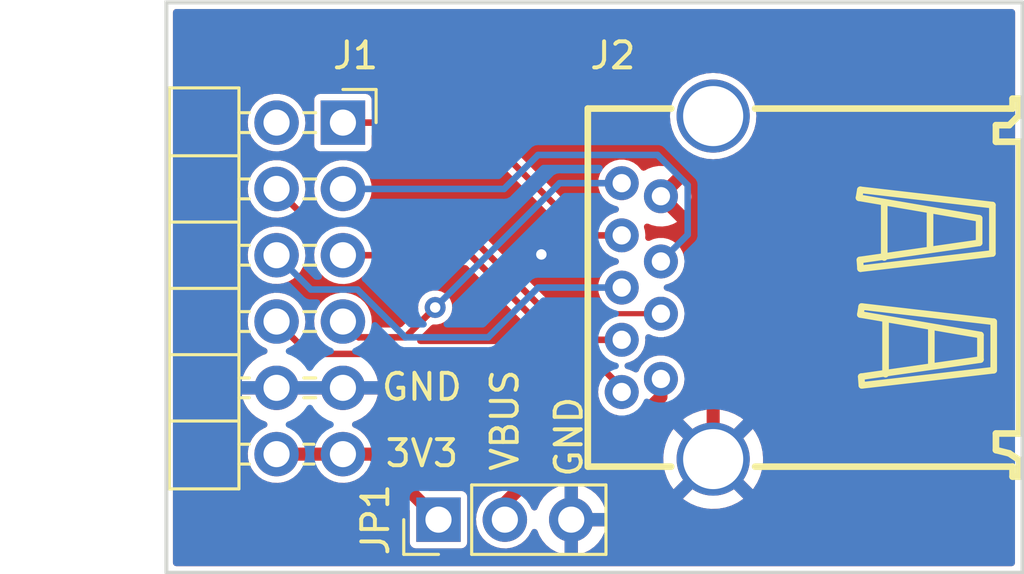
<source format=kicad_pcb>
(kicad_pcb (version 20211014) (generator pcbnew)
  (title_block (title "Pmod / USB3 adapters") (date "2023-02-25") (rev "${VERSION}") (comment 2 "2023 @somhi <@somhic at telegram>") (comment 3 "License: CC-BY-SA 4.0"))
  (layers (0 "F.Cu" signal) (31 "B.Cu" signal) (34 "B.Paste" user) (35 "F.Paste" user) (36 "B.SilkS" user "B.Silkscreen") (37 "F.SilkS" user "F.Silkscreen") (38 "B.Mask" user) (39 "F.Mask" user) (44 "Edge.Cuts" user))
  (property "VERSION" "0.7")
  (net 0 "")
  (net 1 "/D0")
  (net 2 "/D1")
  (net 3 "/D2")
  (net 4 "/D3")
  (net 5 "/3V3")
  (net 6 "GND")
  (net 7 "/D4")
  (net 8 "/D5")
  (net 9 "/D6")
  (net 10 "/D7")
  (net 11 "/VBUS")
  (footprint "FM4DD:PMODHeader_2x06_P2.54mm_Horizontal" (layer "F.Cu") (at 143.2124 81.49548 180)
    (fp_text reference "J1" (at -0.4826 15.27048 180) (layer "F.SilkS"))
    (fp_text value "PMOD_02x06" hide)
    (fp_line (start 3.582929 12.32) (end 3.98 12.32) (layer "F.SilkS") (width 0.12))
    (fp_line (start 3.98 3.81) (end 6.64 3.81) (layer "F.SilkS") (width 0.12))
    (fp_line (start -1.27 13.97) (end -1.27 12.7) (layer "F.SilkS") (width 0.12))
    (fp_line (start 3.582929 10.54) (end 3.98 10.54) (layer "F.SilkS") (width 0.12))
    (fp_line (start 3.582929 9.78) (end 3.98 9.78) (layer "F.SilkS") (width 0.12))
    (fp_line (start 1.11 -0.38) (end 1.497071 -0.38) (layer "F.SilkS") (width 0.12))
    (fp_line (start 3.582929 13.08) (end 3.98 13.08) (layer "F.SilkS") (width 0.12))
    (fp_line (start 1.042929 12.32) (end 1.497071 12.32) (layer "F.SilkS") (width 0.12))
    (fp_line (start 3.582929 -0.38) (end 3.98 -0.38) (layer "F.SilkS") (width 0.12))
    (fp_line (start 3.582929 2.16) (end 3.98 2.16) (layer "F.SilkS") (width 0.12))
    (fp_line (start 0 13.97) (end -1.27 13.97) (layer "F.SilkS") (width 0.12))
    (fp_line (start 3.582929 0.38) (end 3.98 0.38) (layer "F.SilkS") (width 0.12))
    (fp_line (start 1.042929 5.46) (end 1.497071 5.46) (layer "F.SilkS") (width 0.12))
    (fp_line (start 3.98 6.35) (end 6.64 6.35) (layer "F.SilkS") (width 0.12))
    (fp_line (start 3.582929 8) (end 3.98 8) (layer "F.SilkS") (width 0.12))
    (fp_line (start 3.582929 5.46) (end 3.98 5.46) (layer "F.SilkS") (width 0.12))
    (fp_line (start 6.64 14.03) (end 6.64 -1.33) (layer "F.SilkS") (width 0.12))
    (fp_line (start 3.98 1.27) (end 6.64 1.27) (layer "F.SilkS") (width 0.12))
    (fp_line (start 1.042929 4.7) (end 1.497071 4.7) (layer "F.SilkS") (width 0.12))
    (fp_line (start 1.11 0.38) (end 1.497071 0.38) (layer "F.SilkS") (width 0.12))
    (fp_line (start 1.042929 13.08) (end 1.497071 13.08) (layer "F.SilkS") (width 0.12))
    (fp_line (start 1.042929 8) (end 1.497071 8) (layer "F.SilkS") (width 0.12))
    (fp_line (start 1.042929 2.16) (end 1.497071 2.16) (layer "F.SilkS") (width 0.12))
    (fp_line (start 3.582929 4.7) (end 3.98 4.7) (layer "F.SilkS") (width 0.12))
    (fp_line (start 3.98 -1.33) (end 3.98 14.03) (layer "F.SilkS") (width 0.12))
    (fp_line (start 3.98 11.43) (end 6.64 11.43) (layer "F.SilkS") (width 0.12))
    (fp_line (start 3.98 14.03) (end 6.64 14.03) (layer "F.SilkS") (width 0.12))
    (fp_line (start 3.582929 7.24) (end 3.98 7.24) (layer "F.SilkS") (width 0.12))
    (fp_line (start 1.042929 10.54) (end 1.497071 10.54) (layer "F.SilkS") (width 0.12))
    (fp_line (start 3.98 8.89) (end 6.64 8.89) (layer "F.SilkS") (width 0.12))
    (fp_line (start 1.042929 2.92) (end 1.497071 2.92) (layer "F.SilkS") (width 0.12))
    (fp_line (start 3.582929 2.92) (end 3.98 2.92) (layer "F.SilkS") (width 0.12))
    (fp_line (start 6.64 -1.33) (end 3.98 -1.33) (layer "F.SilkS") (width 0.12))
    (fp_line (start 1.042929 9.78) (end 1.497071 9.78) (layer "F.SilkS") (width 0.12))
    (fp_line (start 1.042929 7.24) (end 1.497071 7.24) (layer "F.SilkS") (width 0.12))
    (pad "1" thru_hole rect (at 0 12.7 180) (size 1.7 1.7) (drill 1) (layers *.Cu *.Mask) (net 1 "/D0"))
    (pad "2" thru_hole oval (at 0 10.16 180) (size 1.7 1.7) (drill 1) (layers *.Cu *.Mask) (net 2 "/D1"))
    (pad "3" thru_hole oval (at 0 7.62 180) (size 1.7 1.7) (drill 1) (layers *.Cu *.Mask) (net 3 "/D2"))
    (pad "4" thru_hole oval (at 0 5.08 180) (size 1.7 1.7) (drill 1) (layers *.Cu *.Mask) (net 4 "/D3"))
    (pad "5" thru_hole oval (at 0 2.54 180) (size 1.7 1.7) (drill 1) (layers *.Cu *.Mask) (net 6 "GND"))
    (pad "6" thru_hole circle (at 0 0 180) (size 1.7 1.7) (drill 1) (layers *.Cu *.Mask) (net 5 "/3V3"))
    (pad "7" thru_hole circle (at 2.54 12.7 180) (size 1.7 1.7) (drill 1) (layers *.Cu *.Mask) (net 7 "/D4"))
    (pad "8" thru_hole oval (at 2.54 10.16 180) (size 1.7 1.7) (drill 1) (layers *.Cu *.Mask) (net 8 "/D5"))
    (pad "9" thru_hole oval (at 2.54 7.62 180) (size 1.7 1.7) (drill 1) (layers *.Cu *.Mask) (net 9 "/D6"))
    (pad "10" thru_hole oval (at 2.54 5.08 180) (size 1.7 1.7) (drill 1) (layers *.Cu *.Mask) (net 10 "/D7"))
    (pad "11" thru_hole oval (at 2.54 2.54 180) (size 1.7 1.7) (drill 1) (layers *.Cu *.Mask) (net 6 "GND"))
    (pad "12" thru_hole oval (at 2.54 0 180) (size 1.7 1.7) (drill 1) (layers *.Cu *.Mask) (net 5 "/3V3"))
  )
  (footprint "varis:USB-3.0-TH_C69073" (layer "F.Cu") (at 155.633 75.115 90)
    (fp_text reference "J2" (at 8.89 -3.048 180) (layer "F.SilkS") (effects (font (thickness 0.152)) (justify left)))
    (fp_text value "USB3_A" hide)
    (fp_line (start 3.161 12.437) (end 1.307 12.437) (layer "F.SilkS") (width 0.254))
    (fp_line (start -3.412 7.416) (end -3.745 7.441) (layer "F.SilkS") (width 0.254))
    (fp_line (start -6.35 13.081) (end -6.224 12.573) (layer "F.SilkS") (width 0.254))
    (fp_line (start 3.44 7.332) (end 3.745 7.383) (layer "F.SilkS") (width 0.254))
    (fp_line (start -2.757 11.98) (end -3.412 7.416) (layer "F.SilkS") (width 0.254))
    (fp_line (start -6.859 3.355) (end -6.859 13.208) (layer "F.SilkS") (width 0.254))
    (fp_line (start -0.725 7.433) (end -1.03 7.383) (layer "F.SilkS") (width 0.254))
    (fp_line (start -3.316 8.348) (end -1.233 8.348) (layer "F.SilkS") (width 0.254))
    (fp_line (start -5.589 12.573) (end -5.589 13.335) (layer "F.SilkS") (width 0.254))
    (fp_line (start -1.03 7.383) (end -1.817 11.98) (layer "F.SilkS") (width 0.254))
    (fp_line (start 6.476 13.335) (end 6.603 13.462) (layer "F.SilkS") (width 0.254))
    (fp_line (start 7.238 13.208) (end 6.857 13.208) (layer "F.SilkS") (width 0.254))
    (fp_line (start 3.745 7.383) (end 3.161 12.437) (layer "F.SilkS") (width 0.254))
    (fp_line (start 1.713 11.929) (end 2.653 11.929) (layer "F.SilkS") (width 0.254))
    (fp_line (start -1.309 12.488) (end -0.725 7.433) (layer "F.SilkS") (width 0.254))
    (fp_line (start 1.154 8.297) (end 3.237 8.297) (layer "F.SilkS") (width 0.254))
    (fp_line (start -6.224 12.573) (end -5.589 12.573) (layer "F.SilkS") (width 0.254))
    (fp_line (start 5.587 13.462) (end 5.587 12.573) (layer "F.SilkS") (width 0.254))
    (fp_line (start 1.485 10.05) (end 2.932 10.05) (layer "F.SilkS") (width 0.254))
    (fp_line (start 1.307 12.437) (end 0.725 7.39) (layer "F.SilkS") (width 0.254))
    (fp_line (start -5.589 13.335) (end -5.589 13.462) (layer "F.SilkS") (width 0.254))
    (fp_line (start 6.858 0.144) (end 6.858 -3.048) (layer "F.SilkS") (width 0.254))
    (fp_line (start -6.859 13.208) (end -7.24 13.208) (layer "F.SilkS") (width 0.254))
    (fp_line (start 5.587 12.573) (end 6.222 12.573) (layer "F.SilkS") (width 0.254))
    (fp_line (start -3.164 12.488) (end -1.309 12.488) (layer "F.SilkS") (width 0.254))
    (fp_line (start 1.058 7.365) (end 1.713 11.929) (layer "F.SilkS") (width 0.254))
    (fp_line (start 6.858 -3.048) (end -6.858 -3.048) (layer "F.SilkS") (width 0.254))
    (fp_line (start -5.589 13.462) (end 5.587 13.462) (layer "F.SilkS") (width 0.254))
    (fp_line (start 6.857 13.208) (end 6.857 13.081) (layer "F.SilkS") (width 0.254))
    (fp_line (start -6.858 -3.048) (end -6.858 0.144) (layer "F.SilkS") (width 0.254))
    (fp_line (start 6.603 13.462) (end 7.238 13.462) (layer "F.SilkS") (width 0.254))
    (fp_line (start 6.222 13.081) (end 6.476 13.335) (layer "F.SilkS") (width 0.254))
    (fp_line (start -3.745 7.441) (end -3.164 12.488) (layer "F.SilkS") (width 0.254))
    (fp_line (start 2.653 11.929) (end 3.44 7.332) (layer "F.SilkS") (width 0.254))
    (fp_line (start 7.238 13.462) (end 7.238 13.208) (layer "F.SilkS") (width 0.254))
    (fp_line (start -7.24 13.462) (end -6.605 13.462) (layer "F.SilkS") (width 0.254))
    (fp_line (start 0.725 7.39) (end 1.058 7.365) (layer "F.SilkS") (width 0.254))
    (fp_line (start -2.986 10.1) (end -1.538 10.1) (layer "F.SilkS") (width 0.254))
    (fp_line (start -7.24 13.208) (end -7.24 13.462) (layer "F.SilkS") (width 0.254))
    (fp_line (start 6.858 13.081) (end 6.858 3.355) (layer "F.SilkS") (width 0.254))
    (fp_line (start -1.817 11.98) (end -2.757 11.98) (layer "F.SilkS") (width 0.254))
    (fp_line (start -6.605 13.462) (end -6.35 13.081) (layer "F.SilkS") (width 0.254))
    (fp_line (start 6.222 12.573) (end 6.222 13.081) (layer "F.SilkS") (width 0.254))
    (pad "1" thru_hole circle (at -3.5 -0.25 90) (size 1.3 1.3) (drill 0.7) (layers *.Cu *.Paste *.Mask) (net 11 "/VBUS"))
    (pad "2" thru_hole circle (at -1 -0.25 90) (size 1.3 1.3) (drill 0.7) (layers *.Cu *.Paste *.Mask) (net 8 "/D5"))
    (pad "3" thru_hole circle (at 1 -0.25 90) (size 1.3 1.3) (drill 0.7) (layers *.Cu *.Paste *.Mask) (net 2 "/D1"))
    (pad "4" thru_hole circle (at 3.5 -0.25 90) (size 1.3 1.3) (drill 0.7) (layers *.Cu *.Paste *.Mask) (net 6 "GND"))
    (pad "5" thru_hole circle (at 4 -1.75 90) (size 1.3 1.3) (drill 0.7) (layers *.Cu *.Paste *.Mask) (net 4 "/D3"))
    (pad "6" thru_hole circle (at 2 -1.75 90) (size 1.3 1.3) (drill 0.7) (layers *.Cu *.Paste *.Mask) (net 1 "/D0"))
    (pad "7" thru_hole circle (at 0 -1.75 90) (size 1.3 1.3) (drill 0.7) (layers *.Cu *.Paste *.Mask) (net 9 "/D6"))
    (pad "8" thru_hole circle (at -2 -1.75 90) (size 1.3 1.3) (drill 0.7) (layers *.Cu *.Paste *.Mask) (net 3 "/D2"))
    (pad "9" thru_hole circle (at -4 -1.75 90) (size 1.3 1.3) (drill 0.7) (layers *.Cu *.Paste *.Mask) (net 10 "/D7"))
    (pad "10" thru_hole circle (at -6.57 1.75 90) (size 2.8 2.8) (drill 2.3) (layers *.Cu *.Paste *.Mask) (net 6 "GND"))
    (pad "11" thru_hole circle (at 6.57 1.75 90) (size 2.8 2.8) (drill 2.3) (layers *.Cu *.Paste *.Mask))
  )
  (footprint "Connector_PinHeader_2.54mm:PinHeader_1x03_P2.54mm_Vertical" (layer "F.Cu") (at 146.87 84.005 90)
    (fp_text reference "JP1" (at 0 -2.413 90) (layer "F.SilkS"))
    (fp_text value "Conn_01x03" hide)
    (fp_line (start -1.33 -1.33) (end 0 -1.33) (layer "F.SilkS") (width 0.12))
    (fp_line (start -1.33 1.27) (end 1.33 1.27) (layer "F.SilkS") (width 0.12))
    (fp_line (start 1.33 1.27) (end 1.33 6.41) (layer "F.SilkS") (width 0.12))
    (fp_line (start -1.33 6.41) (end 1.33 6.41) (layer "F.SilkS") (width 0.12))
    (fp_line (start -1.33 1.27) (end -1.33 6.41) (layer "F.SilkS") (width 0.12))
    (fp_line (start -1.33 0) (end -1.33 -1.33) (layer "F.SilkS") (width 0.12))
    (pad "1" thru_hole rect (at 0 0 90) (size 1.7 1.7) (drill 1) (layers *.Cu *.Mask) (net 5 "/3V3"))
    (pad "2" thru_hole oval (at 0 2.54 90) (size 1.7 1.7) (drill 1) (layers *.Cu *.Mask) (net 11 "/VBUS"))
    (pad "3" thru_hole oval (at 0 5.08 90) (size 1.7 1.7) (drill 1) (layers *.Cu *.Mask) (net 6 "GND"))
  )
  (gr_rect (start 136.456 64.193) (end 169.222 86.037) (layer "Edge.Cuts") (width 0.15) (fill none))
  (gr_text "GND" (at 146.235 78.925) (layer "F.SilkS") (effects (font (size 1 1))))
  (gr_text "GND" (at 151.86 80.83 90) (layer "F.SilkS") (effects (font (size 1 1))))
  (gr_text "VBUS" (at 149.41 80.195 90) (layer "F.SilkS") (effects (font (size 1 1))))
  (gr_text "3V3\n" (at 146.235 81.465) (layer "F.SilkS") (effects (font (size 1 1))))
  (segment (start 148.17048 68.79548) (end 152.49 73.115) (width 0.25) (layer "F.Cu") (net 1))
  (segment (start 143.2124 68.79548) (end 148.17048 68.79548) (width 0.25) (layer "F.Cu") (net 1))
  (segment (start 152.49 73.115) (end 153.883 73.115) (width 0.25) (layer "F.Cu") (net 1))
  (segment (start 156.408 73.09) (end 155.383 74.115) (width 0.25) (layer "B.Cu") (net 2))
  (segment (start 149.37952 71.33548) (end 150.68 70.035) (width 0.25) (layer "B.Cu") (net 2))
  (segment (start 143.2124 71.33548) (end 149.37952 71.33548) (width 0.25) (layer "B.Cu") (net 2))
  (segment (start 150.68 70.035) (end 155.252569 70.035) (width 0.25) (layer "B.Cu") (net 2))
  (segment (start 156.408 71.190431) (end 156.408 73.09) (width 0.25) (layer "B.Cu") (net 2))
  (segment (start 155.252569 70.035) (end 156.408 71.190431) (width 0.25) (layer "B.Cu") (net 2))
  (segment (start 151.337894 77.115) (end 153.883 77.115) (width 0.25) (layer "F.Cu") (net 3))
  (segment (start 143.2124 73.87548) (end 148.098374 73.87548) (width 0.25) (layer "F.Cu") (net 3))
  (segment (start 148.098374 73.87548) (end 151.337894 77.115) (width 0.25) (layer "F.Cu") (net 3))
  (segment (start 146.616 76.004) (end 145.6 77.02) (width 0.25) (layer "F.Cu") (net 4))
  (segment (start 145.6 77.02) (end 143.81692 77.02) (width 0.25) (layer "F.Cu") (net 4))
  (segment (start 146.6795 75.9405) (end 146.616 76.004) (width 0.25) (layer "F.Cu") (net 4))
  (segment (start 143.81692 77.02) (end 143.2124 76.41548) (width 0.25) (layer "F.Cu") (net 4))
  (via (at 146.743 75.877) (size 0.8) (drill 0.4) (layers "F.Cu" "B.Cu") (net 4))
  (segment (start 151.505 71.115) (end 153.883 71.115) (width 0.25) (layer "B.Cu") (net 4))
  (segment (start 146.6795 75.9405) (end 151.505 71.115) (width 0.25) (layer "B.Cu") (net 4))
  (segment (start 140.6724 81.49548) (end 143.2124 81.49548) (width 0.5) (layer "F.Cu") (net 5))
  (segment (start 144.35548 81.49548) (end 146.865 84.005) (width 0.5) (layer "F.Cu") (net 5))
  (segment (start 143.2124 81.49548) (end 144.35548 81.49548) (width 0.5) (layer "F.Cu") (net 5))
  (segment (start 157.383 73.615) (end 155.383 71.615) (width 0.5) (layer "F.Cu") (net 6))
  (segment (start 140.6724 78.95548) (end 143.2124 78.95548) (width 0.5) (layer "F.Cu") (net 6))
  (segment (start 157.383 81.685) (end 157.383 73.615) (width 0.5) (layer "F.Cu") (net 6))
  (via (at 150.807 73.845) (size 0.8) (drill 0.4) (layers "F.Cu" "B.Cu") (net 6))
  (segment (start 152.855 76.115) (end 155.383 76.115) (width 0.2) (layer "F.Cu") (net 8))
  (segment (start 143.719812 72.65048) (end 141.9874 72.65048) (width 0.25) (layer "F.Cu") (net 8))
  (segment (start 152.585 76.385) (end 152.855 76.115) (width 0.2) (layer "F.Cu") (net 8))
  (segment (start 148.30548 73.37548) (end 144.444812 73.37548) (width 0.25) (layer "F.Cu") (net 8))
  (segment (start 152.585 76.385) (end 151.315 76.385) (width 0.25) (layer "F.Cu") (net 8))
  (segment (start 151.315 76.385) (end 148.30548 73.37548) (width 0.25) (layer "F.Cu") (net 8))
  (segment (start 141.9874 72.65048) (end 140.6724 71.33548) (width 0.25) (layer "F.Cu") (net 8))
  (segment (start 144.444812 73.37548) (end 143.719812 72.65048) (width 0.25) (layer "F.Cu") (net 8))
  (segment (start 143.77048 75.19048) (end 145.6 77.02) (width 0.25) (layer "B.Cu") (net 9))
  (segment (start 141.9874 75.19048) (end 143.77048 75.19048) (width 0.25) (layer "B.Cu") (net 9))
  (segment (start 140.6724 73.87548) (end 141.9874 75.19048) (width 0.25) (layer "B.Cu") (net 9))
  (segment (start 148.775 77.02) (end 150.68 75.115) (width 0.25) (layer "B.Cu") (net 9))
  (segment (start 145.6 77.02) (end 148.775 77.02) (width 0.25) (layer "B.Cu") (net 9))
  (segment (start 150.68 75.115) (end 153.883 75.115) (width 0.25) (layer "B.Cu") (net 9))
  (segment (start 140.6724 76.41548) (end 141.91192 77.655) (width 0.25) (layer "F.Cu") (net 10))
  (segment (start 141.91192 77.655) (end 152.585 77.655) (width 0.25) (layer "F.Cu") (net 10))
  (segment (start 153.883 78.953) (end 153.883 79.115) (width 0.25) (layer "F.Cu") (net 10))
  (segment (start 152.585 77.655) (end 153.883 78.953) (width 0.25) (layer "F.Cu") (net 10))
  (segment (start 153.22 81.465) (end 151.315 81.465) (width 0.5) (layer "F.Cu") (net 11))
  (segment (start 155.383 79.302) (end 153.22 81.465) (width 0.5) (layer "F.Cu") (net 11))
  (segment (start 149.41 83.37) (end 149.41 84.005) (width 0.5) (layer "F.Cu") (net 11))
  (segment (start 151.315 81.465) (end 149.41 83.37) (width 0.5) (layer "F.Cu") (net 11))
  (segment (start 155.383 78.615) (end 155.383 79.302) (width 0.5) (layer "F.Cu") (net 11))
  (zone (net 6) (net_name "GND") (layer "F.Cu") (connect_pads (clearance 0.25)) (min_thickness 0.254) (fill yes (thermal_gap 0.508) (thermal_bridge_width 0.508))
    (polygon (pts (xy 168.933853 85.911863) (xy 136.252205 85.903698) (xy 136.236965 64.140978) (xy 168.938933 64.098343)))
  )
  (zone (net 6) (net_name "GND") (layer "B.Cu") (connect_pads (clearance 0.25)) (min_thickness 0.254) (fill yes (thermal_gap 0.508) (thermal_bridge_width 0.508))
    (polygon (pts (xy 168.934448 86.070565) (xy 136.2528 86.0624) (xy 136.23756 64.29968) (xy 168.939528 64.257045)))
  )
)
</source>
